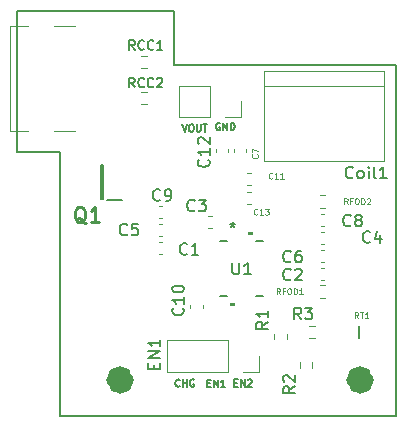
<source format=gto>
%TF.GenerationSoftware,KiCad,Pcbnew,7.0.2*%
%TF.CreationDate,2025-03-07T15:31:29-05:00*%
%TF.ProjectId,3BQ5101eBRHLR,33425135-3130-4316-9542-52484c522e6b,rev?*%
%TF.SameCoordinates,Original*%
%TF.FileFunction,Legend,Top*%
%TF.FilePolarity,Positive*%
%FSLAX46Y46*%
G04 Gerber Fmt 4.6, Leading zero omitted, Abs format (unit mm)*
G04 Created by KiCad (PCBNEW 7.0.2) date 2025-03-07 15:31:29*
%MOMM*%
%LPD*%
G01*
G04 APERTURE LIST*
%ADD10C,1.150000*%
%ADD11C,0.150000*%
%ADD12C,0.254000*%
%ADD13C,0.125000*%
%ADD14C,0.120000*%
%ADD15C,0.200000*%
%ADD16C,0.152400*%
G04 APERTURE END LIST*
D10*
X175073000Y-118618000D02*
G75*
G03*
X175073000Y-118618000I-575000J0D01*
G01*
D11*
X145415000Y-99314000D02*
X149098000Y-99314000D01*
X158750000Y-87376000D02*
X145415000Y-87376000D01*
X149098000Y-121666000D02*
X177546000Y-121666000D01*
X158750000Y-91948000D02*
X158750000Y-87376000D01*
D10*
X154753000Y-118618000D02*
G75*
G03*
X154753000Y-118618000I-575000J0D01*
G01*
D11*
X145415000Y-87376000D02*
X145415000Y-99314000D01*
X177546000Y-91948000D02*
X158750000Y-91948000D01*
X177546000Y-121666000D02*
X177546000Y-91948000D01*
X149098000Y-99314000D02*
X149098000Y-121666000D01*
X163845857Y-118865285D02*
X164045857Y-118865285D01*
X164131571Y-119179571D02*
X163845857Y-119179571D01*
X163845857Y-119179571D02*
X163845857Y-118579571D01*
X163845857Y-118579571D02*
X164131571Y-118579571D01*
X164388714Y-119179571D02*
X164388714Y-118579571D01*
X164388714Y-118579571D02*
X164731571Y-119179571D01*
X164731571Y-119179571D02*
X164731571Y-118579571D01*
X164988713Y-118636714D02*
X165017285Y-118608142D01*
X165017285Y-118608142D02*
X165074428Y-118579571D01*
X165074428Y-118579571D02*
X165217285Y-118579571D01*
X165217285Y-118579571D02*
X165274428Y-118608142D01*
X165274428Y-118608142D02*
X165302999Y-118636714D01*
X165302999Y-118636714D02*
X165331570Y-118693857D01*
X165331570Y-118693857D02*
X165331570Y-118751000D01*
X165331570Y-118751000D02*
X165302999Y-118836714D01*
X165302999Y-118836714D02*
X164960142Y-119179571D01*
X164960142Y-119179571D02*
X165331570Y-119179571D01*
X162636142Y-96891142D02*
X162579000Y-96862571D01*
X162579000Y-96862571D02*
X162493285Y-96862571D01*
X162493285Y-96862571D02*
X162407571Y-96891142D01*
X162407571Y-96891142D02*
X162350428Y-96948285D01*
X162350428Y-96948285D02*
X162321857Y-97005428D01*
X162321857Y-97005428D02*
X162293285Y-97119714D01*
X162293285Y-97119714D02*
X162293285Y-97205428D01*
X162293285Y-97205428D02*
X162321857Y-97319714D01*
X162321857Y-97319714D02*
X162350428Y-97376857D01*
X162350428Y-97376857D02*
X162407571Y-97434000D01*
X162407571Y-97434000D02*
X162493285Y-97462571D01*
X162493285Y-97462571D02*
X162550428Y-97462571D01*
X162550428Y-97462571D02*
X162636142Y-97434000D01*
X162636142Y-97434000D02*
X162664714Y-97405428D01*
X162664714Y-97405428D02*
X162664714Y-97205428D01*
X162664714Y-97205428D02*
X162550428Y-97205428D01*
X162921857Y-97462571D02*
X162921857Y-96862571D01*
X162921857Y-96862571D02*
X163264714Y-97462571D01*
X163264714Y-97462571D02*
X163264714Y-96862571D01*
X163550428Y-97462571D02*
X163550428Y-96862571D01*
X163550428Y-96862571D02*
X163693285Y-96862571D01*
X163693285Y-96862571D02*
X163778999Y-96891142D01*
X163778999Y-96891142D02*
X163836142Y-96948285D01*
X163836142Y-96948285D02*
X163864713Y-97005428D01*
X163864713Y-97005428D02*
X163893285Y-97119714D01*
X163893285Y-97119714D02*
X163893285Y-97205428D01*
X163893285Y-97205428D02*
X163864713Y-97319714D01*
X163864713Y-97319714D02*
X163836142Y-97376857D01*
X163836142Y-97376857D02*
X163778999Y-97434000D01*
X163778999Y-97434000D02*
X163693285Y-97462571D01*
X163693285Y-97462571D02*
X163550428Y-97462571D01*
X159442142Y-96989571D02*
X159642142Y-97589571D01*
X159642142Y-97589571D02*
X159842142Y-96989571D01*
X160156428Y-96989571D02*
X160270714Y-96989571D01*
X160270714Y-96989571D02*
X160327857Y-97018142D01*
X160327857Y-97018142D02*
X160385000Y-97075285D01*
X160385000Y-97075285D02*
X160413571Y-97189571D01*
X160413571Y-97189571D02*
X160413571Y-97389571D01*
X160413571Y-97389571D02*
X160385000Y-97503857D01*
X160385000Y-97503857D02*
X160327857Y-97561000D01*
X160327857Y-97561000D02*
X160270714Y-97589571D01*
X160270714Y-97589571D02*
X160156428Y-97589571D01*
X160156428Y-97589571D02*
X160099286Y-97561000D01*
X160099286Y-97561000D02*
X160042143Y-97503857D01*
X160042143Y-97503857D02*
X160013571Y-97389571D01*
X160013571Y-97389571D02*
X160013571Y-97189571D01*
X160013571Y-97189571D02*
X160042143Y-97075285D01*
X160042143Y-97075285D02*
X160099286Y-97018142D01*
X160099286Y-97018142D02*
X160156428Y-96989571D01*
X160670714Y-96989571D02*
X160670714Y-97475285D01*
X160670714Y-97475285D02*
X160699285Y-97532428D01*
X160699285Y-97532428D02*
X160727857Y-97561000D01*
X160727857Y-97561000D02*
X160784999Y-97589571D01*
X160784999Y-97589571D02*
X160899285Y-97589571D01*
X160899285Y-97589571D02*
X160956428Y-97561000D01*
X160956428Y-97561000D02*
X160984999Y-97532428D01*
X160984999Y-97532428D02*
X161013571Y-97475285D01*
X161013571Y-97475285D02*
X161013571Y-96989571D01*
X161213570Y-96989571D02*
X161556428Y-96989571D01*
X161384999Y-97589571D02*
X161384999Y-96989571D01*
X161559857Y-118909285D02*
X161759857Y-118909285D01*
X161845571Y-119223571D02*
X161559857Y-119223571D01*
X161559857Y-119223571D02*
X161559857Y-118623571D01*
X161559857Y-118623571D02*
X161845571Y-118623571D01*
X162102714Y-119223571D02*
X162102714Y-118623571D01*
X162102714Y-118623571D02*
X162445571Y-119223571D01*
X162445571Y-119223571D02*
X162445571Y-118623571D01*
X163045570Y-119223571D02*
X162702713Y-119223571D01*
X162874142Y-119223571D02*
X162874142Y-118623571D01*
X162874142Y-118623571D02*
X162816999Y-118709285D01*
X162816999Y-118709285D02*
X162759856Y-118766428D01*
X162759856Y-118766428D02*
X162702713Y-118795000D01*
X159235714Y-119122428D02*
X159207142Y-119151000D01*
X159207142Y-119151000D02*
X159121428Y-119179571D01*
X159121428Y-119179571D02*
X159064285Y-119179571D01*
X159064285Y-119179571D02*
X158978571Y-119151000D01*
X158978571Y-119151000D02*
X158921428Y-119093857D01*
X158921428Y-119093857D02*
X158892857Y-119036714D01*
X158892857Y-119036714D02*
X158864285Y-118922428D01*
X158864285Y-118922428D02*
X158864285Y-118836714D01*
X158864285Y-118836714D02*
X158892857Y-118722428D01*
X158892857Y-118722428D02*
X158921428Y-118665285D01*
X158921428Y-118665285D02*
X158978571Y-118608142D01*
X158978571Y-118608142D02*
X159064285Y-118579571D01*
X159064285Y-118579571D02*
X159121428Y-118579571D01*
X159121428Y-118579571D02*
X159207142Y-118608142D01*
X159207142Y-118608142D02*
X159235714Y-118636714D01*
X159492857Y-119179571D02*
X159492857Y-118579571D01*
X159492857Y-118865285D02*
X159835714Y-118865285D01*
X159835714Y-119179571D02*
X159835714Y-118579571D01*
X160435713Y-118608142D02*
X160378571Y-118579571D01*
X160378571Y-118579571D02*
X160292856Y-118579571D01*
X160292856Y-118579571D02*
X160207142Y-118608142D01*
X160207142Y-118608142D02*
X160149999Y-118665285D01*
X160149999Y-118665285D02*
X160121428Y-118722428D01*
X160121428Y-118722428D02*
X160092856Y-118836714D01*
X160092856Y-118836714D02*
X160092856Y-118922428D01*
X160092856Y-118922428D02*
X160121428Y-119036714D01*
X160121428Y-119036714D02*
X160149999Y-119093857D01*
X160149999Y-119093857D02*
X160207142Y-119151000D01*
X160207142Y-119151000D02*
X160292856Y-119179571D01*
X160292856Y-119179571D02*
X160349999Y-119179571D01*
X160349999Y-119179571D02*
X160435713Y-119151000D01*
X160435713Y-119151000D02*
X160464285Y-119122428D01*
X160464285Y-119122428D02*
X160464285Y-118922428D01*
X160464285Y-118922428D02*
X160349999Y-118922428D01*
%TO.C,C5*%
X154773333Y-106285380D02*
X154725714Y-106333000D01*
X154725714Y-106333000D02*
X154582857Y-106380619D01*
X154582857Y-106380619D02*
X154487619Y-106380619D01*
X154487619Y-106380619D02*
X154344762Y-106333000D01*
X154344762Y-106333000D02*
X154249524Y-106237761D01*
X154249524Y-106237761D02*
X154201905Y-106142523D01*
X154201905Y-106142523D02*
X154154286Y-105952047D01*
X154154286Y-105952047D02*
X154154286Y-105809190D01*
X154154286Y-105809190D02*
X154201905Y-105618714D01*
X154201905Y-105618714D02*
X154249524Y-105523476D01*
X154249524Y-105523476D02*
X154344762Y-105428238D01*
X154344762Y-105428238D02*
X154487619Y-105380619D01*
X154487619Y-105380619D02*
X154582857Y-105380619D01*
X154582857Y-105380619D02*
X154725714Y-105428238D01*
X154725714Y-105428238D02*
X154773333Y-105475857D01*
X155678095Y-105380619D02*
X155201905Y-105380619D01*
X155201905Y-105380619D02*
X155154286Y-105856809D01*
X155154286Y-105856809D02*
X155201905Y-105809190D01*
X155201905Y-105809190D02*
X155297143Y-105761571D01*
X155297143Y-105761571D02*
X155535238Y-105761571D01*
X155535238Y-105761571D02*
X155630476Y-105809190D01*
X155630476Y-105809190D02*
X155678095Y-105856809D01*
X155678095Y-105856809D02*
X155725714Y-105952047D01*
X155725714Y-105952047D02*
X155725714Y-106190142D01*
X155725714Y-106190142D02*
X155678095Y-106285380D01*
X155678095Y-106285380D02*
X155630476Y-106333000D01*
X155630476Y-106333000D02*
X155535238Y-106380619D01*
X155535238Y-106380619D02*
X155297143Y-106380619D01*
X155297143Y-106380619D02*
X155201905Y-106333000D01*
X155201905Y-106333000D02*
X155154286Y-106285380D01*
%TO.C,C12*%
X161657380Y-99956857D02*
X161705000Y-100004476D01*
X161705000Y-100004476D02*
X161752619Y-100147333D01*
X161752619Y-100147333D02*
X161752619Y-100242571D01*
X161752619Y-100242571D02*
X161705000Y-100385428D01*
X161705000Y-100385428D02*
X161609761Y-100480666D01*
X161609761Y-100480666D02*
X161514523Y-100528285D01*
X161514523Y-100528285D02*
X161324047Y-100575904D01*
X161324047Y-100575904D02*
X161181190Y-100575904D01*
X161181190Y-100575904D02*
X160990714Y-100528285D01*
X160990714Y-100528285D02*
X160895476Y-100480666D01*
X160895476Y-100480666D02*
X160800238Y-100385428D01*
X160800238Y-100385428D02*
X160752619Y-100242571D01*
X160752619Y-100242571D02*
X160752619Y-100147333D01*
X160752619Y-100147333D02*
X160800238Y-100004476D01*
X160800238Y-100004476D02*
X160847857Y-99956857D01*
X161752619Y-99004476D02*
X161752619Y-99575904D01*
X161752619Y-99290190D02*
X160752619Y-99290190D01*
X160752619Y-99290190D02*
X160895476Y-99385428D01*
X160895476Y-99385428D02*
X160990714Y-99480666D01*
X160990714Y-99480666D02*
X161038333Y-99575904D01*
X160847857Y-98623523D02*
X160800238Y-98575904D01*
X160800238Y-98575904D02*
X160752619Y-98480666D01*
X160752619Y-98480666D02*
X160752619Y-98242571D01*
X160752619Y-98242571D02*
X160800238Y-98147333D01*
X160800238Y-98147333D02*
X160847857Y-98099714D01*
X160847857Y-98099714D02*
X160943095Y-98052095D01*
X160943095Y-98052095D02*
X161038333Y-98052095D01*
X161038333Y-98052095D02*
X161181190Y-98099714D01*
X161181190Y-98099714D02*
X161752619Y-98671142D01*
X161752619Y-98671142D02*
X161752619Y-98052095D01*
%TO.C,R3*%
X169505333Y-113492619D02*
X169172000Y-113016428D01*
X168933905Y-113492619D02*
X168933905Y-112492619D01*
X168933905Y-112492619D02*
X169314857Y-112492619D01*
X169314857Y-112492619D02*
X169410095Y-112540238D01*
X169410095Y-112540238D02*
X169457714Y-112587857D01*
X169457714Y-112587857D02*
X169505333Y-112683095D01*
X169505333Y-112683095D02*
X169505333Y-112825952D01*
X169505333Y-112825952D02*
X169457714Y-112921190D01*
X169457714Y-112921190D02*
X169410095Y-112968809D01*
X169410095Y-112968809D02*
X169314857Y-113016428D01*
X169314857Y-113016428D02*
X168933905Y-113016428D01*
X169838667Y-112492619D02*
X170457714Y-112492619D01*
X170457714Y-112492619D02*
X170124381Y-112873571D01*
X170124381Y-112873571D02*
X170267238Y-112873571D01*
X170267238Y-112873571D02*
X170362476Y-112921190D01*
X170362476Y-112921190D02*
X170410095Y-112968809D01*
X170410095Y-112968809D02*
X170457714Y-113064047D01*
X170457714Y-113064047D02*
X170457714Y-113302142D01*
X170457714Y-113302142D02*
X170410095Y-113397380D01*
X170410095Y-113397380D02*
X170362476Y-113445000D01*
X170362476Y-113445000D02*
X170267238Y-113492619D01*
X170267238Y-113492619D02*
X169981524Y-113492619D01*
X169981524Y-113492619D02*
X169886286Y-113445000D01*
X169886286Y-113445000D02*
X169838667Y-113397380D01*
D12*
%TO.C,Q1*%
X151263047Y-105356478D02*
X151142095Y-105296002D01*
X151142095Y-105296002D02*
X151021142Y-105175050D01*
X151021142Y-105175050D02*
X150839714Y-104993621D01*
X150839714Y-104993621D02*
X150718761Y-104933145D01*
X150718761Y-104933145D02*
X150597809Y-104933145D01*
X150658285Y-105235526D02*
X150537333Y-105175050D01*
X150537333Y-105175050D02*
X150416380Y-105054097D01*
X150416380Y-105054097D02*
X150355904Y-104812192D01*
X150355904Y-104812192D02*
X150355904Y-104388859D01*
X150355904Y-104388859D02*
X150416380Y-104146954D01*
X150416380Y-104146954D02*
X150537333Y-104026002D01*
X150537333Y-104026002D02*
X150658285Y-103965526D01*
X150658285Y-103965526D02*
X150900190Y-103965526D01*
X150900190Y-103965526D02*
X151021142Y-104026002D01*
X151021142Y-104026002D02*
X151142095Y-104146954D01*
X151142095Y-104146954D02*
X151202571Y-104388859D01*
X151202571Y-104388859D02*
X151202571Y-104812192D01*
X151202571Y-104812192D02*
X151142095Y-105054097D01*
X151142095Y-105054097D02*
X151021142Y-105175050D01*
X151021142Y-105175050D02*
X150900190Y-105235526D01*
X150900190Y-105235526D02*
X150658285Y-105235526D01*
X152412095Y-105235526D02*
X151686380Y-105235526D01*
X152049237Y-105235526D02*
X152049237Y-103965526D01*
X152049237Y-103965526D02*
X151928285Y-104146954D01*
X151928285Y-104146954D02*
X151807333Y-104267907D01*
X151807333Y-104267907D02*
X151686380Y-104328383D01*
D11*
%TO.C,RCC2*%
X155403667Y-93842095D02*
X155137000Y-93461142D01*
X154946524Y-93842095D02*
X154946524Y-93042095D01*
X154946524Y-93042095D02*
X155251286Y-93042095D01*
X155251286Y-93042095D02*
X155327476Y-93080190D01*
X155327476Y-93080190D02*
X155365571Y-93118285D01*
X155365571Y-93118285D02*
X155403667Y-93194476D01*
X155403667Y-93194476D02*
X155403667Y-93308761D01*
X155403667Y-93308761D02*
X155365571Y-93384952D01*
X155365571Y-93384952D02*
X155327476Y-93423047D01*
X155327476Y-93423047D02*
X155251286Y-93461142D01*
X155251286Y-93461142D02*
X154946524Y-93461142D01*
X156203667Y-93765904D02*
X156165571Y-93804000D01*
X156165571Y-93804000D02*
X156051286Y-93842095D01*
X156051286Y-93842095D02*
X155975095Y-93842095D01*
X155975095Y-93842095D02*
X155860809Y-93804000D01*
X155860809Y-93804000D02*
X155784619Y-93727809D01*
X155784619Y-93727809D02*
X155746524Y-93651619D01*
X155746524Y-93651619D02*
X155708428Y-93499238D01*
X155708428Y-93499238D02*
X155708428Y-93384952D01*
X155708428Y-93384952D02*
X155746524Y-93232571D01*
X155746524Y-93232571D02*
X155784619Y-93156380D01*
X155784619Y-93156380D02*
X155860809Y-93080190D01*
X155860809Y-93080190D02*
X155975095Y-93042095D01*
X155975095Y-93042095D02*
X156051286Y-93042095D01*
X156051286Y-93042095D02*
X156165571Y-93080190D01*
X156165571Y-93080190D02*
X156203667Y-93118285D01*
X157003667Y-93765904D02*
X156965571Y-93804000D01*
X156965571Y-93804000D02*
X156851286Y-93842095D01*
X156851286Y-93842095D02*
X156775095Y-93842095D01*
X156775095Y-93842095D02*
X156660809Y-93804000D01*
X156660809Y-93804000D02*
X156584619Y-93727809D01*
X156584619Y-93727809D02*
X156546524Y-93651619D01*
X156546524Y-93651619D02*
X156508428Y-93499238D01*
X156508428Y-93499238D02*
X156508428Y-93384952D01*
X156508428Y-93384952D02*
X156546524Y-93232571D01*
X156546524Y-93232571D02*
X156584619Y-93156380D01*
X156584619Y-93156380D02*
X156660809Y-93080190D01*
X156660809Y-93080190D02*
X156775095Y-93042095D01*
X156775095Y-93042095D02*
X156851286Y-93042095D01*
X156851286Y-93042095D02*
X156965571Y-93080190D01*
X156965571Y-93080190D02*
X157003667Y-93118285D01*
X157308428Y-93118285D02*
X157346524Y-93080190D01*
X157346524Y-93080190D02*
X157422714Y-93042095D01*
X157422714Y-93042095D02*
X157613190Y-93042095D01*
X157613190Y-93042095D02*
X157689381Y-93080190D01*
X157689381Y-93080190D02*
X157727476Y-93118285D01*
X157727476Y-93118285D02*
X157765571Y-93194476D01*
X157765571Y-93194476D02*
X157765571Y-93270666D01*
X157765571Y-93270666D02*
X157727476Y-93384952D01*
X157727476Y-93384952D02*
X157270333Y-93842095D01*
X157270333Y-93842095D02*
X157765571Y-93842095D01*
%TO.C,C6*%
X168616333Y-108571380D02*
X168568714Y-108619000D01*
X168568714Y-108619000D02*
X168425857Y-108666619D01*
X168425857Y-108666619D02*
X168330619Y-108666619D01*
X168330619Y-108666619D02*
X168187762Y-108619000D01*
X168187762Y-108619000D02*
X168092524Y-108523761D01*
X168092524Y-108523761D02*
X168044905Y-108428523D01*
X168044905Y-108428523D02*
X167997286Y-108238047D01*
X167997286Y-108238047D02*
X167997286Y-108095190D01*
X167997286Y-108095190D02*
X168044905Y-107904714D01*
X168044905Y-107904714D02*
X168092524Y-107809476D01*
X168092524Y-107809476D02*
X168187762Y-107714238D01*
X168187762Y-107714238D02*
X168330619Y-107666619D01*
X168330619Y-107666619D02*
X168425857Y-107666619D01*
X168425857Y-107666619D02*
X168568714Y-107714238D01*
X168568714Y-107714238D02*
X168616333Y-107761857D01*
X169473476Y-107666619D02*
X169283000Y-107666619D01*
X169283000Y-107666619D02*
X169187762Y-107714238D01*
X169187762Y-107714238D02*
X169140143Y-107761857D01*
X169140143Y-107761857D02*
X169044905Y-107904714D01*
X169044905Y-107904714D02*
X168997286Y-108095190D01*
X168997286Y-108095190D02*
X168997286Y-108476142D01*
X168997286Y-108476142D02*
X169044905Y-108571380D01*
X169044905Y-108571380D02*
X169092524Y-108619000D01*
X169092524Y-108619000D02*
X169187762Y-108666619D01*
X169187762Y-108666619D02*
X169378238Y-108666619D01*
X169378238Y-108666619D02*
X169473476Y-108619000D01*
X169473476Y-108619000D02*
X169521095Y-108571380D01*
X169521095Y-108571380D02*
X169568714Y-108476142D01*
X169568714Y-108476142D02*
X169568714Y-108238047D01*
X169568714Y-108238047D02*
X169521095Y-108142809D01*
X169521095Y-108142809D02*
X169473476Y-108095190D01*
X169473476Y-108095190D02*
X169378238Y-108047571D01*
X169378238Y-108047571D02*
X169187762Y-108047571D01*
X169187762Y-108047571D02*
X169092524Y-108095190D01*
X169092524Y-108095190D02*
X169044905Y-108142809D01*
X169044905Y-108142809D02*
X168997286Y-108238047D01*
D13*
%TO.C,RFOD1*%
X167719476Y-111356309D02*
X167552810Y-111118214D01*
X167433762Y-111356309D02*
X167433762Y-110856309D01*
X167433762Y-110856309D02*
X167624238Y-110856309D01*
X167624238Y-110856309D02*
X167671857Y-110880119D01*
X167671857Y-110880119D02*
X167695667Y-110903928D01*
X167695667Y-110903928D02*
X167719476Y-110951547D01*
X167719476Y-110951547D02*
X167719476Y-111022976D01*
X167719476Y-111022976D02*
X167695667Y-111070595D01*
X167695667Y-111070595D02*
X167671857Y-111094404D01*
X167671857Y-111094404D02*
X167624238Y-111118214D01*
X167624238Y-111118214D02*
X167433762Y-111118214D01*
X168100429Y-111094404D02*
X167933762Y-111094404D01*
X167933762Y-111356309D02*
X167933762Y-110856309D01*
X167933762Y-110856309D02*
X168171857Y-110856309D01*
X168457571Y-110856309D02*
X168552809Y-110856309D01*
X168552809Y-110856309D02*
X168600428Y-110880119D01*
X168600428Y-110880119D02*
X168648047Y-110927738D01*
X168648047Y-110927738D02*
X168671857Y-111022976D01*
X168671857Y-111022976D02*
X168671857Y-111189642D01*
X168671857Y-111189642D02*
X168648047Y-111284880D01*
X168648047Y-111284880D02*
X168600428Y-111332500D01*
X168600428Y-111332500D02*
X168552809Y-111356309D01*
X168552809Y-111356309D02*
X168457571Y-111356309D01*
X168457571Y-111356309D02*
X168409952Y-111332500D01*
X168409952Y-111332500D02*
X168362333Y-111284880D01*
X168362333Y-111284880D02*
X168338524Y-111189642D01*
X168338524Y-111189642D02*
X168338524Y-111022976D01*
X168338524Y-111022976D02*
X168362333Y-110927738D01*
X168362333Y-110927738D02*
X168409952Y-110880119D01*
X168409952Y-110880119D02*
X168457571Y-110856309D01*
X168886143Y-111356309D02*
X168886143Y-110856309D01*
X168886143Y-110856309D02*
X169005191Y-110856309D01*
X169005191Y-110856309D02*
X169076619Y-110880119D01*
X169076619Y-110880119D02*
X169124238Y-110927738D01*
X169124238Y-110927738D02*
X169148048Y-110975357D01*
X169148048Y-110975357D02*
X169171857Y-111070595D01*
X169171857Y-111070595D02*
X169171857Y-111142023D01*
X169171857Y-111142023D02*
X169148048Y-111237261D01*
X169148048Y-111237261D02*
X169124238Y-111284880D01*
X169124238Y-111284880D02*
X169076619Y-111332500D01*
X169076619Y-111332500D02*
X169005191Y-111356309D01*
X169005191Y-111356309D02*
X168886143Y-111356309D01*
X169648048Y-111356309D02*
X169362334Y-111356309D01*
X169505191Y-111356309D02*
X169505191Y-110856309D01*
X169505191Y-110856309D02*
X169457572Y-110927738D01*
X169457572Y-110927738D02*
X169409953Y-110975357D01*
X169409953Y-110975357D02*
X169362334Y-110999166D01*
D11*
%TO.C,C1*%
X159853333Y-107936380D02*
X159805714Y-107984000D01*
X159805714Y-107984000D02*
X159662857Y-108031619D01*
X159662857Y-108031619D02*
X159567619Y-108031619D01*
X159567619Y-108031619D02*
X159424762Y-107984000D01*
X159424762Y-107984000D02*
X159329524Y-107888761D01*
X159329524Y-107888761D02*
X159281905Y-107793523D01*
X159281905Y-107793523D02*
X159234286Y-107603047D01*
X159234286Y-107603047D02*
X159234286Y-107460190D01*
X159234286Y-107460190D02*
X159281905Y-107269714D01*
X159281905Y-107269714D02*
X159329524Y-107174476D01*
X159329524Y-107174476D02*
X159424762Y-107079238D01*
X159424762Y-107079238D02*
X159567619Y-107031619D01*
X159567619Y-107031619D02*
X159662857Y-107031619D01*
X159662857Y-107031619D02*
X159805714Y-107079238D01*
X159805714Y-107079238D02*
X159853333Y-107126857D01*
X160805714Y-108031619D02*
X160234286Y-108031619D01*
X160520000Y-108031619D02*
X160520000Y-107031619D01*
X160520000Y-107031619D02*
X160424762Y-107174476D01*
X160424762Y-107174476D02*
X160329524Y-107269714D01*
X160329524Y-107269714D02*
X160234286Y-107317333D01*
%TO.C,R1*%
X166705619Y-113704666D02*
X166229428Y-114037999D01*
X166705619Y-114276094D02*
X165705619Y-114276094D01*
X165705619Y-114276094D02*
X165705619Y-113895142D01*
X165705619Y-113895142D02*
X165753238Y-113799904D01*
X165753238Y-113799904D02*
X165800857Y-113752285D01*
X165800857Y-113752285D02*
X165896095Y-113704666D01*
X165896095Y-113704666D02*
X166038952Y-113704666D01*
X166038952Y-113704666D02*
X166134190Y-113752285D01*
X166134190Y-113752285D02*
X166181809Y-113799904D01*
X166181809Y-113799904D02*
X166229428Y-113895142D01*
X166229428Y-113895142D02*
X166229428Y-114276094D01*
X166705619Y-112752285D02*
X166705619Y-113323713D01*
X166705619Y-113037999D02*
X165705619Y-113037999D01*
X165705619Y-113037999D02*
X165848476Y-113133237D01*
X165848476Y-113133237D02*
X165943714Y-113228475D01*
X165943714Y-113228475D02*
X165991333Y-113323713D01*
%TO.C,C4*%
X175347333Y-106920380D02*
X175299714Y-106968000D01*
X175299714Y-106968000D02*
X175156857Y-107015619D01*
X175156857Y-107015619D02*
X175061619Y-107015619D01*
X175061619Y-107015619D02*
X174918762Y-106968000D01*
X174918762Y-106968000D02*
X174823524Y-106872761D01*
X174823524Y-106872761D02*
X174775905Y-106777523D01*
X174775905Y-106777523D02*
X174728286Y-106587047D01*
X174728286Y-106587047D02*
X174728286Y-106444190D01*
X174728286Y-106444190D02*
X174775905Y-106253714D01*
X174775905Y-106253714D02*
X174823524Y-106158476D01*
X174823524Y-106158476D02*
X174918762Y-106063238D01*
X174918762Y-106063238D02*
X175061619Y-106015619D01*
X175061619Y-106015619D02*
X175156857Y-106015619D01*
X175156857Y-106015619D02*
X175299714Y-106063238D01*
X175299714Y-106063238D02*
X175347333Y-106110857D01*
X176204476Y-106348952D02*
X176204476Y-107015619D01*
X175966381Y-105968000D02*
X175728286Y-106682285D01*
X175728286Y-106682285D02*
X176347333Y-106682285D01*
D13*
%TO.C,C11*%
X167064571Y-101529690D02*
X167040762Y-101553500D01*
X167040762Y-101553500D02*
X166969333Y-101577309D01*
X166969333Y-101577309D02*
X166921714Y-101577309D01*
X166921714Y-101577309D02*
X166850286Y-101553500D01*
X166850286Y-101553500D02*
X166802667Y-101505880D01*
X166802667Y-101505880D02*
X166778857Y-101458261D01*
X166778857Y-101458261D02*
X166755048Y-101363023D01*
X166755048Y-101363023D02*
X166755048Y-101291595D01*
X166755048Y-101291595D02*
X166778857Y-101196357D01*
X166778857Y-101196357D02*
X166802667Y-101148738D01*
X166802667Y-101148738D02*
X166850286Y-101101119D01*
X166850286Y-101101119D02*
X166921714Y-101077309D01*
X166921714Y-101077309D02*
X166969333Y-101077309D01*
X166969333Y-101077309D02*
X167040762Y-101101119D01*
X167040762Y-101101119D02*
X167064571Y-101124928D01*
X167540762Y-101577309D02*
X167255048Y-101577309D01*
X167397905Y-101577309D02*
X167397905Y-101077309D01*
X167397905Y-101077309D02*
X167350286Y-101148738D01*
X167350286Y-101148738D02*
X167302667Y-101196357D01*
X167302667Y-101196357D02*
X167255048Y-101220166D01*
X168016952Y-101577309D02*
X167731238Y-101577309D01*
X167874095Y-101577309D02*
X167874095Y-101077309D01*
X167874095Y-101077309D02*
X167826476Y-101148738D01*
X167826476Y-101148738D02*
X167778857Y-101196357D01*
X167778857Y-101196357D02*
X167731238Y-101220166D01*
D11*
%TO.C,C8*%
X173696333Y-105523380D02*
X173648714Y-105571000D01*
X173648714Y-105571000D02*
X173505857Y-105618619D01*
X173505857Y-105618619D02*
X173410619Y-105618619D01*
X173410619Y-105618619D02*
X173267762Y-105571000D01*
X173267762Y-105571000D02*
X173172524Y-105475761D01*
X173172524Y-105475761D02*
X173124905Y-105380523D01*
X173124905Y-105380523D02*
X173077286Y-105190047D01*
X173077286Y-105190047D02*
X173077286Y-105047190D01*
X173077286Y-105047190D02*
X173124905Y-104856714D01*
X173124905Y-104856714D02*
X173172524Y-104761476D01*
X173172524Y-104761476D02*
X173267762Y-104666238D01*
X173267762Y-104666238D02*
X173410619Y-104618619D01*
X173410619Y-104618619D02*
X173505857Y-104618619D01*
X173505857Y-104618619D02*
X173648714Y-104666238D01*
X173648714Y-104666238D02*
X173696333Y-104713857D01*
X174267762Y-105047190D02*
X174172524Y-104999571D01*
X174172524Y-104999571D02*
X174124905Y-104951952D01*
X174124905Y-104951952D02*
X174077286Y-104856714D01*
X174077286Y-104856714D02*
X174077286Y-104809095D01*
X174077286Y-104809095D02*
X174124905Y-104713857D01*
X174124905Y-104713857D02*
X174172524Y-104666238D01*
X174172524Y-104666238D02*
X174267762Y-104618619D01*
X174267762Y-104618619D02*
X174458238Y-104618619D01*
X174458238Y-104618619D02*
X174553476Y-104666238D01*
X174553476Y-104666238D02*
X174601095Y-104713857D01*
X174601095Y-104713857D02*
X174648714Y-104809095D01*
X174648714Y-104809095D02*
X174648714Y-104856714D01*
X174648714Y-104856714D02*
X174601095Y-104951952D01*
X174601095Y-104951952D02*
X174553476Y-104999571D01*
X174553476Y-104999571D02*
X174458238Y-105047190D01*
X174458238Y-105047190D02*
X174267762Y-105047190D01*
X174267762Y-105047190D02*
X174172524Y-105094809D01*
X174172524Y-105094809D02*
X174124905Y-105142428D01*
X174124905Y-105142428D02*
X174077286Y-105237666D01*
X174077286Y-105237666D02*
X174077286Y-105428142D01*
X174077286Y-105428142D02*
X174124905Y-105523380D01*
X174124905Y-105523380D02*
X174172524Y-105571000D01*
X174172524Y-105571000D02*
X174267762Y-105618619D01*
X174267762Y-105618619D02*
X174458238Y-105618619D01*
X174458238Y-105618619D02*
X174553476Y-105571000D01*
X174553476Y-105571000D02*
X174601095Y-105523380D01*
X174601095Y-105523380D02*
X174648714Y-105428142D01*
X174648714Y-105428142D02*
X174648714Y-105237666D01*
X174648714Y-105237666D02*
X174601095Y-105142428D01*
X174601095Y-105142428D02*
X174553476Y-105094809D01*
X174553476Y-105094809D02*
X174458238Y-105047190D01*
%TO.C,C2*%
X168616333Y-110095380D02*
X168568714Y-110143000D01*
X168568714Y-110143000D02*
X168425857Y-110190619D01*
X168425857Y-110190619D02*
X168330619Y-110190619D01*
X168330619Y-110190619D02*
X168187762Y-110143000D01*
X168187762Y-110143000D02*
X168092524Y-110047761D01*
X168092524Y-110047761D02*
X168044905Y-109952523D01*
X168044905Y-109952523D02*
X167997286Y-109762047D01*
X167997286Y-109762047D02*
X167997286Y-109619190D01*
X167997286Y-109619190D02*
X168044905Y-109428714D01*
X168044905Y-109428714D02*
X168092524Y-109333476D01*
X168092524Y-109333476D02*
X168187762Y-109238238D01*
X168187762Y-109238238D02*
X168330619Y-109190619D01*
X168330619Y-109190619D02*
X168425857Y-109190619D01*
X168425857Y-109190619D02*
X168568714Y-109238238D01*
X168568714Y-109238238D02*
X168616333Y-109285857D01*
X168997286Y-109285857D02*
X169044905Y-109238238D01*
X169044905Y-109238238D02*
X169140143Y-109190619D01*
X169140143Y-109190619D02*
X169378238Y-109190619D01*
X169378238Y-109190619D02*
X169473476Y-109238238D01*
X169473476Y-109238238D02*
X169521095Y-109285857D01*
X169521095Y-109285857D02*
X169568714Y-109381095D01*
X169568714Y-109381095D02*
X169568714Y-109476333D01*
X169568714Y-109476333D02*
X169521095Y-109619190D01*
X169521095Y-109619190D02*
X168949667Y-110190619D01*
X168949667Y-110190619D02*
X169568714Y-110190619D01*
%TO.C,C10*%
X159498380Y-112529857D02*
X159546000Y-112577476D01*
X159546000Y-112577476D02*
X159593619Y-112720333D01*
X159593619Y-112720333D02*
X159593619Y-112815571D01*
X159593619Y-112815571D02*
X159546000Y-112958428D01*
X159546000Y-112958428D02*
X159450761Y-113053666D01*
X159450761Y-113053666D02*
X159355523Y-113101285D01*
X159355523Y-113101285D02*
X159165047Y-113148904D01*
X159165047Y-113148904D02*
X159022190Y-113148904D01*
X159022190Y-113148904D02*
X158831714Y-113101285D01*
X158831714Y-113101285D02*
X158736476Y-113053666D01*
X158736476Y-113053666D02*
X158641238Y-112958428D01*
X158641238Y-112958428D02*
X158593619Y-112815571D01*
X158593619Y-112815571D02*
X158593619Y-112720333D01*
X158593619Y-112720333D02*
X158641238Y-112577476D01*
X158641238Y-112577476D02*
X158688857Y-112529857D01*
X159593619Y-111577476D02*
X159593619Y-112148904D01*
X159593619Y-111863190D02*
X158593619Y-111863190D01*
X158593619Y-111863190D02*
X158736476Y-111958428D01*
X158736476Y-111958428D02*
X158831714Y-112053666D01*
X158831714Y-112053666D02*
X158879333Y-112148904D01*
X158593619Y-110958428D02*
X158593619Y-110863190D01*
X158593619Y-110863190D02*
X158641238Y-110767952D01*
X158641238Y-110767952D02*
X158688857Y-110720333D01*
X158688857Y-110720333D02*
X158784095Y-110672714D01*
X158784095Y-110672714D02*
X158974571Y-110625095D01*
X158974571Y-110625095D02*
X159212666Y-110625095D01*
X159212666Y-110625095D02*
X159403142Y-110672714D01*
X159403142Y-110672714D02*
X159498380Y-110720333D01*
X159498380Y-110720333D02*
X159546000Y-110767952D01*
X159546000Y-110767952D02*
X159593619Y-110863190D01*
X159593619Y-110863190D02*
X159593619Y-110958428D01*
X159593619Y-110958428D02*
X159546000Y-111053666D01*
X159546000Y-111053666D02*
X159498380Y-111101285D01*
X159498380Y-111101285D02*
X159403142Y-111148904D01*
X159403142Y-111148904D02*
X159212666Y-111196523D01*
X159212666Y-111196523D02*
X158974571Y-111196523D01*
X158974571Y-111196523D02*
X158784095Y-111148904D01*
X158784095Y-111148904D02*
X158688857Y-111101285D01*
X158688857Y-111101285D02*
X158641238Y-111053666D01*
X158641238Y-111053666D02*
X158593619Y-110958428D01*
%TO.C,U1*%
X163690395Y-108682619D02*
X163690395Y-109492142D01*
X163690395Y-109492142D02*
X163738014Y-109587380D01*
X163738014Y-109587380D02*
X163785633Y-109635000D01*
X163785633Y-109635000D02*
X163880871Y-109682619D01*
X163880871Y-109682619D02*
X164071347Y-109682619D01*
X164071347Y-109682619D02*
X164166585Y-109635000D01*
X164166585Y-109635000D02*
X164214204Y-109587380D01*
X164214204Y-109587380D02*
X164261823Y-109492142D01*
X164261823Y-109492142D02*
X164261823Y-108682619D01*
X165261823Y-109682619D02*
X164690395Y-109682619D01*
X164976109Y-109682619D02*
X164976109Y-108682619D01*
X164976109Y-108682619D02*
X164880871Y-108825476D01*
X164880871Y-108825476D02*
X164785633Y-108920714D01*
X164785633Y-108920714D02*
X164690395Y-108968333D01*
X163702300Y-105245218D02*
X163702300Y-105483313D01*
X163464205Y-105388075D02*
X163702300Y-105483313D01*
X163702300Y-105483313D02*
X163940395Y-105388075D01*
X163559443Y-105673789D02*
X163702300Y-105483313D01*
X163702300Y-105483313D02*
X163845157Y-105673789D01*
%TO.C,R2*%
X168991619Y-119165666D02*
X168515428Y-119498999D01*
X168991619Y-119737094D02*
X167991619Y-119737094D01*
X167991619Y-119737094D02*
X167991619Y-119356142D01*
X167991619Y-119356142D02*
X168039238Y-119260904D01*
X168039238Y-119260904D02*
X168086857Y-119213285D01*
X168086857Y-119213285D02*
X168182095Y-119165666D01*
X168182095Y-119165666D02*
X168324952Y-119165666D01*
X168324952Y-119165666D02*
X168420190Y-119213285D01*
X168420190Y-119213285D02*
X168467809Y-119260904D01*
X168467809Y-119260904D02*
X168515428Y-119356142D01*
X168515428Y-119356142D02*
X168515428Y-119737094D01*
X168086857Y-118784713D02*
X168039238Y-118737094D01*
X168039238Y-118737094D02*
X167991619Y-118641856D01*
X167991619Y-118641856D02*
X167991619Y-118403761D01*
X167991619Y-118403761D02*
X168039238Y-118308523D01*
X168039238Y-118308523D02*
X168086857Y-118260904D01*
X168086857Y-118260904D02*
X168182095Y-118213285D01*
X168182095Y-118213285D02*
X168277333Y-118213285D01*
X168277333Y-118213285D02*
X168420190Y-118260904D01*
X168420190Y-118260904D02*
X168991619Y-118832332D01*
X168991619Y-118832332D02*
X168991619Y-118213285D01*
%TO.C,EN1*%
X157037809Y-117673285D02*
X157037809Y-117339952D01*
X157561619Y-117197095D02*
X157561619Y-117673285D01*
X157561619Y-117673285D02*
X156561619Y-117673285D01*
X156561619Y-117673285D02*
X156561619Y-117197095D01*
X157561619Y-116768523D02*
X156561619Y-116768523D01*
X156561619Y-116768523D02*
X157561619Y-116197095D01*
X157561619Y-116197095D02*
X156561619Y-116197095D01*
X157561619Y-115197095D02*
X157561619Y-115768523D01*
X157561619Y-115482809D02*
X156561619Y-115482809D01*
X156561619Y-115482809D02*
X156704476Y-115578047D01*
X156704476Y-115578047D02*
X156799714Y-115673285D01*
X156799714Y-115673285D02*
X156847333Y-115768523D01*
D13*
%TO.C,RT1*%
X174351190Y-113388309D02*
X174184524Y-113150214D01*
X174065476Y-113388309D02*
X174065476Y-112888309D01*
X174065476Y-112888309D02*
X174255952Y-112888309D01*
X174255952Y-112888309D02*
X174303571Y-112912119D01*
X174303571Y-112912119D02*
X174327381Y-112935928D01*
X174327381Y-112935928D02*
X174351190Y-112983547D01*
X174351190Y-112983547D02*
X174351190Y-113054976D01*
X174351190Y-113054976D02*
X174327381Y-113102595D01*
X174327381Y-113102595D02*
X174303571Y-113126404D01*
X174303571Y-113126404D02*
X174255952Y-113150214D01*
X174255952Y-113150214D02*
X174065476Y-113150214D01*
X174494048Y-112888309D02*
X174779762Y-112888309D01*
X174636905Y-113388309D02*
X174636905Y-112888309D01*
X175208333Y-113388309D02*
X174922619Y-113388309D01*
X175065476Y-113388309D02*
X175065476Y-112888309D01*
X175065476Y-112888309D02*
X175017857Y-112959738D01*
X175017857Y-112959738D02*
X174970238Y-113007357D01*
X174970238Y-113007357D02*
X174922619Y-113031166D01*
%TO.C,C7*%
X165791690Y-99524333D02*
X165815500Y-99548142D01*
X165815500Y-99548142D02*
X165839309Y-99619571D01*
X165839309Y-99619571D02*
X165839309Y-99667190D01*
X165839309Y-99667190D02*
X165815500Y-99738618D01*
X165815500Y-99738618D02*
X165767880Y-99786237D01*
X165767880Y-99786237D02*
X165720261Y-99810047D01*
X165720261Y-99810047D02*
X165625023Y-99833856D01*
X165625023Y-99833856D02*
X165553595Y-99833856D01*
X165553595Y-99833856D02*
X165458357Y-99810047D01*
X165458357Y-99810047D02*
X165410738Y-99786237D01*
X165410738Y-99786237D02*
X165363119Y-99738618D01*
X165363119Y-99738618D02*
X165339309Y-99667190D01*
X165339309Y-99667190D02*
X165339309Y-99619571D01*
X165339309Y-99619571D02*
X165363119Y-99548142D01*
X165363119Y-99548142D02*
X165386928Y-99524333D01*
X165339309Y-99357666D02*
X165339309Y-99024333D01*
X165339309Y-99024333D02*
X165839309Y-99238618D01*
%TO.C,C13*%
X165794571Y-104577690D02*
X165770762Y-104601500D01*
X165770762Y-104601500D02*
X165699333Y-104625309D01*
X165699333Y-104625309D02*
X165651714Y-104625309D01*
X165651714Y-104625309D02*
X165580286Y-104601500D01*
X165580286Y-104601500D02*
X165532667Y-104553880D01*
X165532667Y-104553880D02*
X165508857Y-104506261D01*
X165508857Y-104506261D02*
X165485048Y-104411023D01*
X165485048Y-104411023D02*
X165485048Y-104339595D01*
X165485048Y-104339595D02*
X165508857Y-104244357D01*
X165508857Y-104244357D02*
X165532667Y-104196738D01*
X165532667Y-104196738D02*
X165580286Y-104149119D01*
X165580286Y-104149119D02*
X165651714Y-104125309D01*
X165651714Y-104125309D02*
X165699333Y-104125309D01*
X165699333Y-104125309D02*
X165770762Y-104149119D01*
X165770762Y-104149119D02*
X165794571Y-104172928D01*
X166270762Y-104625309D02*
X165985048Y-104625309D01*
X166127905Y-104625309D02*
X166127905Y-104125309D01*
X166127905Y-104125309D02*
X166080286Y-104196738D01*
X166080286Y-104196738D02*
X166032667Y-104244357D01*
X166032667Y-104244357D02*
X165985048Y-104268166D01*
X166437428Y-104125309D02*
X166746952Y-104125309D01*
X166746952Y-104125309D02*
X166580285Y-104315785D01*
X166580285Y-104315785D02*
X166651714Y-104315785D01*
X166651714Y-104315785D02*
X166699333Y-104339595D01*
X166699333Y-104339595D02*
X166723142Y-104363404D01*
X166723142Y-104363404D02*
X166746952Y-104411023D01*
X166746952Y-104411023D02*
X166746952Y-104530071D01*
X166746952Y-104530071D02*
X166723142Y-104577690D01*
X166723142Y-104577690D02*
X166699333Y-104601500D01*
X166699333Y-104601500D02*
X166651714Y-104625309D01*
X166651714Y-104625309D02*
X166508857Y-104625309D01*
X166508857Y-104625309D02*
X166461238Y-104601500D01*
X166461238Y-104601500D02*
X166437428Y-104577690D01*
%TO.C,RFOD2*%
X173434476Y-103736309D02*
X173267810Y-103498214D01*
X173148762Y-103736309D02*
X173148762Y-103236309D01*
X173148762Y-103236309D02*
X173339238Y-103236309D01*
X173339238Y-103236309D02*
X173386857Y-103260119D01*
X173386857Y-103260119D02*
X173410667Y-103283928D01*
X173410667Y-103283928D02*
X173434476Y-103331547D01*
X173434476Y-103331547D02*
X173434476Y-103402976D01*
X173434476Y-103402976D02*
X173410667Y-103450595D01*
X173410667Y-103450595D02*
X173386857Y-103474404D01*
X173386857Y-103474404D02*
X173339238Y-103498214D01*
X173339238Y-103498214D02*
X173148762Y-103498214D01*
X173815429Y-103474404D02*
X173648762Y-103474404D01*
X173648762Y-103736309D02*
X173648762Y-103236309D01*
X173648762Y-103236309D02*
X173886857Y-103236309D01*
X174172571Y-103236309D02*
X174267809Y-103236309D01*
X174267809Y-103236309D02*
X174315428Y-103260119D01*
X174315428Y-103260119D02*
X174363047Y-103307738D01*
X174363047Y-103307738D02*
X174386857Y-103402976D01*
X174386857Y-103402976D02*
X174386857Y-103569642D01*
X174386857Y-103569642D02*
X174363047Y-103664880D01*
X174363047Y-103664880D02*
X174315428Y-103712500D01*
X174315428Y-103712500D02*
X174267809Y-103736309D01*
X174267809Y-103736309D02*
X174172571Y-103736309D01*
X174172571Y-103736309D02*
X174124952Y-103712500D01*
X174124952Y-103712500D02*
X174077333Y-103664880D01*
X174077333Y-103664880D02*
X174053524Y-103569642D01*
X174053524Y-103569642D02*
X174053524Y-103402976D01*
X174053524Y-103402976D02*
X174077333Y-103307738D01*
X174077333Y-103307738D02*
X174124952Y-103260119D01*
X174124952Y-103260119D02*
X174172571Y-103236309D01*
X174601143Y-103736309D02*
X174601143Y-103236309D01*
X174601143Y-103236309D02*
X174720191Y-103236309D01*
X174720191Y-103236309D02*
X174791619Y-103260119D01*
X174791619Y-103260119D02*
X174839238Y-103307738D01*
X174839238Y-103307738D02*
X174863048Y-103355357D01*
X174863048Y-103355357D02*
X174886857Y-103450595D01*
X174886857Y-103450595D02*
X174886857Y-103522023D01*
X174886857Y-103522023D02*
X174863048Y-103617261D01*
X174863048Y-103617261D02*
X174839238Y-103664880D01*
X174839238Y-103664880D02*
X174791619Y-103712500D01*
X174791619Y-103712500D02*
X174720191Y-103736309D01*
X174720191Y-103736309D02*
X174601143Y-103736309D01*
X175077334Y-103283928D02*
X175101143Y-103260119D01*
X175101143Y-103260119D02*
X175148762Y-103236309D01*
X175148762Y-103236309D02*
X175267810Y-103236309D01*
X175267810Y-103236309D02*
X175315429Y-103260119D01*
X175315429Y-103260119D02*
X175339238Y-103283928D01*
X175339238Y-103283928D02*
X175363048Y-103331547D01*
X175363048Y-103331547D02*
X175363048Y-103379166D01*
X175363048Y-103379166D02*
X175339238Y-103450595D01*
X175339238Y-103450595D02*
X175053524Y-103736309D01*
X175053524Y-103736309D02*
X175363048Y-103736309D01*
D11*
%TO.C,C3*%
X160488333Y-104253380D02*
X160440714Y-104301000D01*
X160440714Y-104301000D02*
X160297857Y-104348619D01*
X160297857Y-104348619D02*
X160202619Y-104348619D01*
X160202619Y-104348619D02*
X160059762Y-104301000D01*
X160059762Y-104301000D02*
X159964524Y-104205761D01*
X159964524Y-104205761D02*
X159916905Y-104110523D01*
X159916905Y-104110523D02*
X159869286Y-103920047D01*
X159869286Y-103920047D02*
X159869286Y-103777190D01*
X159869286Y-103777190D02*
X159916905Y-103586714D01*
X159916905Y-103586714D02*
X159964524Y-103491476D01*
X159964524Y-103491476D02*
X160059762Y-103396238D01*
X160059762Y-103396238D02*
X160202619Y-103348619D01*
X160202619Y-103348619D02*
X160297857Y-103348619D01*
X160297857Y-103348619D02*
X160440714Y-103396238D01*
X160440714Y-103396238D02*
X160488333Y-103443857D01*
X160821667Y-103348619D02*
X161440714Y-103348619D01*
X161440714Y-103348619D02*
X161107381Y-103729571D01*
X161107381Y-103729571D02*
X161250238Y-103729571D01*
X161250238Y-103729571D02*
X161345476Y-103777190D01*
X161345476Y-103777190D02*
X161393095Y-103824809D01*
X161393095Y-103824809D02*
X161440714Y-103920047D01*
X161440714Y-103920047D02*
X161440714Y-104158142D01*
X161440714Y-104158142D02*
X161393095Y-104253380D01*
X161393095Y-104253380D02*
X161345476Y-104301000D01*
X161345476Y-104301000D02*
X161250238Y-104348619D01*
X161250238Y-104348619D02*
X160964524Y-104348619D01*
X160964524Y-104348619D02*
X160869286Y-104301000D01*
X160869286Y-104301000D02*
X160821667Y-104253380D01*
%TO.C,RCC1*%
X155403667Y-90667095D02*
X155137000Y-90286142D01*
X154946524Y-90667095D02*
X154946524Y-89867095D01*
X154946524Y-89867095D02*
X155251286Y-89867095D01*
X155251286Y-89867095D02*
X155327476Y-89905190D01*
X155327476Y-89905190D02*
X155365571Y-89943285D01*
X155365571Y-89943285D02*
X155403667Y-90019476D01*
X155403667Y-90019476D02*
X155403667Y-90133761D01*
X155403667Y-90133761D02*
X155365571Y-90209952D01*
X155365571Y-90209952D02*
X155327476Y-90248047D01*
X155327476Y-90248047D02*
X155251286Y-90286142D01*
X155251286Y-90286142D02*
X154946524Y-90286142D01*
X156203667Y-90590904D02*
X156165571Y-90629000D01*
X156165571Y-90629000D02*
X156051286Y-90667095D01*
X156051286Y-90667095D02*
X155975095Y-90667095D01*
X155975095Y-90667095D02*
X155860809Y-90629000D01*
X155860809Y-90629000D02*
X155784619Y-90552809D01*
X155784619Y-90552809D02*
X155746524Y-90476619D01*
X155746524Y-90476619D02*
X155708428Y-90324238D01*
X155708428Y-90324238D02*
X155708428Y-90209952D01*
X155708428Y-90209952D02*
X155746524Y-90057571D01*
X155746524Y-90057571D02*
X155784619Y-89981380D01*
X155784619Y-89981380D02*
X155860809Y-89905190D01*
X155860809Y-89905190D02*
X155975095Y-89867095D01*
X155975095Y-89867095D02*
X156051286Y-89867095D01*
X156051286Y-89867095D02*
X156165571Y-89905190D01*
X156165571Y-89905190D02*
X156203667Y-89943285D01*
X157003667Y-90590904D02*
X156965571Y-90629000D01*
X156965571Y-90629000D02*
X156851286Y-90667095D01*
X156851286Y-90667095D02*
X156775095Y-90667095D01*
X156775095Y-90667095D02*
X156660809Y-90629000D01*
X156660809Y-90629000D02*
X156584619Y-90552809D01*
X156584619Y-90552809D02*
X156546524Y-90476619D01*
X156546524Y-90476619D02*
X156508428Y-90324238D01*
X156508428Y-90324238D02*
X156508428Y-90209952D01*
X156508428Y-90209952D02*
X156546524Y-90057571D01*
X156546524Y-90057571D02*
X156584619Y-89981380D01*
X156584619Y-89981380D02*
X156660809Y-89905190D01*
X156660809Y-89905190D02*
X156775095Y-89867095D01*
X156775095Y-89867095D02*
X156851286Y-89867095D01*
X156851286Y-89867095D02*
X156965571Y-89905190D01*
X156965571Y-89905190D02*
X157003667Y-89943285D01*
X157765571Y-90667095D02*
X157308428Y-90667095D01*
X157537000Y-90667095D02*
X157537000Y-89867095D01*
X157537000Y-89867095D02*
X157460809Y-89981380D01*
X157460809Y-89981380D02*
X157384619Y-90057571D01*
X157384619Y-90057571D02*
X157308428Y-90095666D01*
%TO.C,Coil1*%
X173886952Y-101459380D02*
X173839333Y-101507000D01*
X173839333Y-101507000D02*
X173696476Y-101554619D01*
X173696476Y-101554619D02*
X173601238Y-101554619D01*
X173601238Y-101554619D02*
X173458381Y-101507000D01*
X173458381Y-101507000D02*
X173363143Y-101411761D01*
X173363143Y-101411761D02*
X173315524Y-101316523D01*
X173315524Y-101316523D02*
X173267905Y-101126047D01*
X173267905Y-101126047D02*
X173267905Y-100983190D01*
X173267905Y-100983190D02*
X173315524Y-100792714D01*
X173315524Y-100792714D02*
X173363143Y-100697476D01*
X173363143Y-100697476D02*
X173458381Y-100602238D01*
X173458381Y-100602238D02*
X173601238Y-100554619D01*
X173601238Y-100554619D02*
X173696476Y-100554619D01*
X173696476Y-100554619D02*
X173839333Y-100602238D01*
X173839333Y-100602238D02*
X173886952Y-100649857D01*
X174458381Y-101554619D02*
X174363143Y-101507000D01*
X174363143Y-101507000D02*
X174315524Y-101459380D01*
X174315524Y-101459380D02*
X174267905Y-101364142D01*
X174267905Y-101364142D02*
X174267905Y-101078428D01*
X174267905Y-101078428D02*
X174315524Y-100983190D01*
X174315524Y-100983190D02*
X174363143Y-100935571D01*
X174363143Y-100935571D02*
X174458381Y-100887952D01*
X174458381Y-100887952D02*
X174601238Y-100887952D01*
X174601238Y-100887952D02*
X174696476Y-100935571D01*
X174696476Y-100935571D02*
X174744095Y-100983190D01*
X174744095Y-100983190D02*
X174791714Y-101078428D01*
X174791714Y-101078428D02*
X174791714Y-101364142D01*
X174791714Y-101364142D02*
X174744095Y-101459380D01*
X174744095Y-101459380D02*
X174696476Y-101507000D01*
X174696476Y-101507000D02*
X174601238Y-101554619D01*
X174601238Y-101554619D02*
X174458381Y-101554619D01*
X175220286Y-101554619D02*
X175220286Y-100887952D01*
X175220286Y-100554619D02*
X175172667Y-100602238D01*
X175172667Y-100602238D02*
X175220286Y-100649857D01*
X175220286Y-100649857D02*
X175267905Y-100602238D01*
X175267905Y-100602238D02*
X175220286Y-100554619D01*
X175220286Y-100554619D02*
X175220286Y-100649857D01*
X175839333Y-101554619D02*
X175744095Y-101507000D01*
X175744095Y-101507000D02*
X175696476Y-101411761D01*
X175696476Y-101411761D02*
X175696476Y-100554619D01*
X176744095Y-101554619D02*
X176172667Y-101554619D01*
X176458381Y-101554619D02*
X176458381Y-100554619D01*
X176458381Y-100554619D02*
X176363143Y-100697476D01*
X176363143Y-100697476D02*
X176267905Y-100792714D01*
X176267905Y-100792714D02*
X176172667Y-100840333D01*
%TO.C,C9*%
X157567333Y-103356380D02*
X157519714Y-103404000D01*
X157519714Y-103404000D02*
X157376857Y-103451619D01*
X157376857Y-103451619D02*
X157281619Y-103451619D01*
X157281619Y-103451619D02*
X157138762Y-103404000D01*
X157138762Y-103404000D02*
X157043524Y-103308761D01*
X157043524Y-103308761D02*
X156995905Y-103213523D01*
X156995905Y-103213523D02*
X156948286Y-103023047D01*
X156948286Y-103023047D02*
X156948286Y-102880190D01*
X156948286Y-102880190D02*
X156995905Y-102689714D01*
X156995905Y-102689714D02*
X157043524Y-102594476D01*
X157043524Y-102594476D02*
X157138762Y-102499238D01*
X157138762Y-102499238D02*
X157281619Y-102451619D01*
X157281619Y-102451619D02*
X157376857Y-102451619D01*
X157376857Y-102451619D02*
X157519714Y-102499238D01*
X157519714Y-102499238D02*
X157567333Y-102546857D01*
X158043524Y-103451619D02*
X158234000Y-103451619D01*
X158234000Y-103451619D02*
X158329238Y-103404000D01*
X158329238Y-103404000D02*
X158376857Y-103356380D01*
X158376857Y-103356380D02*
X158472095Y-103213523D01*
X158472095Y-103213523D02*
X158519714Y-103023047D01*
X158519714Y-103023047D02*
X158519714Y-102642095D01*
X158519714Y-102642095D02*
X158472095Y-102546857D01*
X158472095Y-102546857D02*
X158424476Y-102499238D01*
X158424476Y-102499238D02*
X158329238Y-102451619D01*
X158329238Y-102451619D02*
X158138762Y-102451619D01*
X158138762Y-102451619D02*
X158043524Y-102499238D01*
X158043524Y-102499238D02*
X157995905Y-102546857D01*
X157995905Y-102546857D02*
X157948286Y-102642095D01*
X157948286Y-102642095D02*
X157948286Y-102880190D01*
X157948286Y-102880190D02*
X157995905Y-102975428D01*
X157995905Y-102975428D02*
X158043524Y-103023047D01*
X158043524Y-103023047D02*
X158138762Y-103070666D01*
X158138762Y-103070666D02*
X158329238Y-103070666D01*
X158329238Y-103070666D02*
X158424476Y-103023047D01*
X158424476Y-103023047D02*
X158472095Y-102975428D01*
X158472095Y-102975428D02*
X158519714Y-102880190D01*
D14*
%TO.C,C5*%
X157742679Y-106428000D02*
X157461519Y-106428000D01*
X157742679Y-105408000D02*
X157461519Y-105408000D01*
%TO.C,C12*%
X163324000Y-99046420D02*
X163324000Y-99327580D01*
X162304000Y-99046420D02*
X162304000Y-99327580D01*
%TO.C,R3*%
X170671258Y-115076500D02*
X170196742Y-115076500D01*
X170671258Y-114031500D02*
X170196742Y-114031500D01*
D15*
%TO.C,Q1*%
X154354000Y-103354000D02*
X153054000Y-103354000D01*
X152704000Y-103314000D02*
X152604000Y-103314000D01*
X152704000Y-100394000D02*
X152704000Y-103314000D01*
X152604000Y-103314000D02*
X152604000Y-100394000D01*
X152604000Y-100394000D02*
X152704000Y-100394000D01*
D14*
%TO.C,RCC2*%
X156447258Y-95264500D02*
X155972742Y-95264500D01*
X156447258Y-94219500D02*
X155972742Y-94219500D01*
%TO.C,C6*%
X171177519Y-107575000D02*
X171458679Y-107575000D01*
X171177519Y-108595000D02*
X171458679Y-108595000D01*
%TO.C,RFOD1*%
X171080841Y-110610500D02*
X171555357Y-110610500D01*
X171080841Y-111655500D02*
X171555357Y-111655500D01*
%TO.C,Out1*%
X161778000Y-93691000D02*
X159178000Y-93691000D01*
X161778000Y-93691000D02*
X161778000Y-96351000D01*
X159178000Y-93691000D02*
X159178000Y-96351000D01*
X164378000Y-95021000D02*
X164378000Y-96351000D01*
X164378000Y-96351000D02*
X163048000Y-96351000D01*
X161778000Y-96351000D02*
X159178000Y-96351000D01*
%TO.C,C1*%
X157742679Y-107952000D02*
X157461519Y-107952000D01*
X157742679Y-106932000D02*
X157461519Y-106932000D01*
%TO.C,R1*%
X167239599Y-115180258D02*
X167239599Y-114705742D01*
X168284599Y-115180258D02*
X168284599Y-114705742D01*
%TO.C,C4*%
X171177519Y-106051000D02*
X171458679Y-106051000D01*
X171177519Y-107071000D02*
X171458679Y-107071000D01*
%TO.C,C11*%
X165240580Y-102110000D02*
X164959420Y-102110000D01*
X165240580Y-101090000D02*
X164959420Y-101090000D01*
%TO.C,C8*%
X171177519Y-104527000D02*
X171458679Y-104527000D01*
X171177519Y-105547000D02*
X171458679Y-105547000D01*
%TO.C,J3*%
X150403000Y-88621000D02*
X148603000Y-88621000D01*
X144893000Y-88621000D02*
X146353000Y-88621000D01*
X150403000Y-97561000D02*
X148603000Y-97561000D01*
X144893000Y-97561000D02*
X144893000Y-88621000D01*
X144893000Y-97561000D02*
X146353000Y-97561000D01*
%TO.C,C2*%
X171177519Y-109099000D02*
X171458679Y-109099000D01*
X171177519Y-110119000D02*
X171458679Y-110119000D01*
%TO.C,C10*%
X160140099Y-112543580D02*
X160140099Y-112262420D01*
X161160099Y-112543580D02*
X161160099Y-112262420D01*
D16*
%TO.C,U1*%
X162627300Y-111545001D02*
X163229559Y-111545001D01*
X163229559Y-106894999D02*
X162627300Y-106894999D01*
X165675041Y-111545001D02*
X166277300Y-111545001D01*
X166277300Y-106894999D02*
X165675041Y-106894999D01*
G36*
X163892799Y-112378000D02*
G01*
X163511799Y-112378000D01*
X163511799Y-112124000D01*
X163892799Y-112124000D01*
X163892799Y-112378000D01*
G37*
G36*
X165392801Y-106316000D02*
G01*
X165011801Y-106316000D01*
X165011801Y-106062000D01*
X165392801Y-106062000D01*
X165392801Y-106316000D01*
G37*
D14*
%TO.C,R2*%
X169403500Y-117585258D02*
X169403500Y-117110742D01*
X170448500Y-117585258D02*
X170448500Y-117110742D01*
%TO.C,EN1*%
X163322000Y-115256000D02*
X158182000Y-115256000D01*
X163322000Y-115256000D02*
X163322000Y-117916000D01*
X158182000Y-115256000D02*
X158182000Y-117916000D01*
X165922000Y-116586000D02*
X165922000Y-117916000D01*
X165922000Y-117916000D02*
X164592000Y-117916000D01*
X163322000Y-117916000D02*
X158182000Y-117916000D01*
D15*
%TO.C,RT1*%
X174371000Y-115079000D02*
X174371000Y-114029000D01*
D14*
%TO.C,C7*%
X164848000Y-99046420D02*
X164848000Y-99327580D01*
X163828000Y-99046420D02*
X163828000Y-99327580D01*
%TO.C,C13*%
X165240580Y-103761000D02*
X164959420Y-103761000D01*
X165240580Y-102741000D02*
X164959420Y-102741000D01*
%TO.C,RFOD2*%
X171085742Y-102982500D02*
X171560258Y-102982500D01*
X171085742Y-104027500D02*
X171560258Y-104027500D01*
%TO.C,C3*%
X161657420Y-104773000D02*
X161938580Y-104773000D01*
X161657420Y-105793000D02*
X161938580Y-105793000D01*
%TO.C,RCC1*%
X156447258Y-92216500D02*
X155972742Y-92216500D01*
X156447258Y-91171500D02*
X155972742Y-91171500D01*
%TO.C,Coil1*%
X176530000Y-100076000D02*
X176530000Y-92456000D01*
X176530000Y-92456000D02*
X166370000Y-92456000D01*
X166370000Y-100076000D02*
X176530000Y-100076000D01*
X166370000Y-93726000D02*
X176530000Y-93726000D01*
X166370000Y-92456000D02*
X166370000Y-100076000D01*
%TO.C,C9*%
X157742679Y-104904000D02*
X157461519Y-104904000D01*
X157742679Y-103884000D02*
X157461519Y-103884000D01*
%TD*%
M02*

</source>
